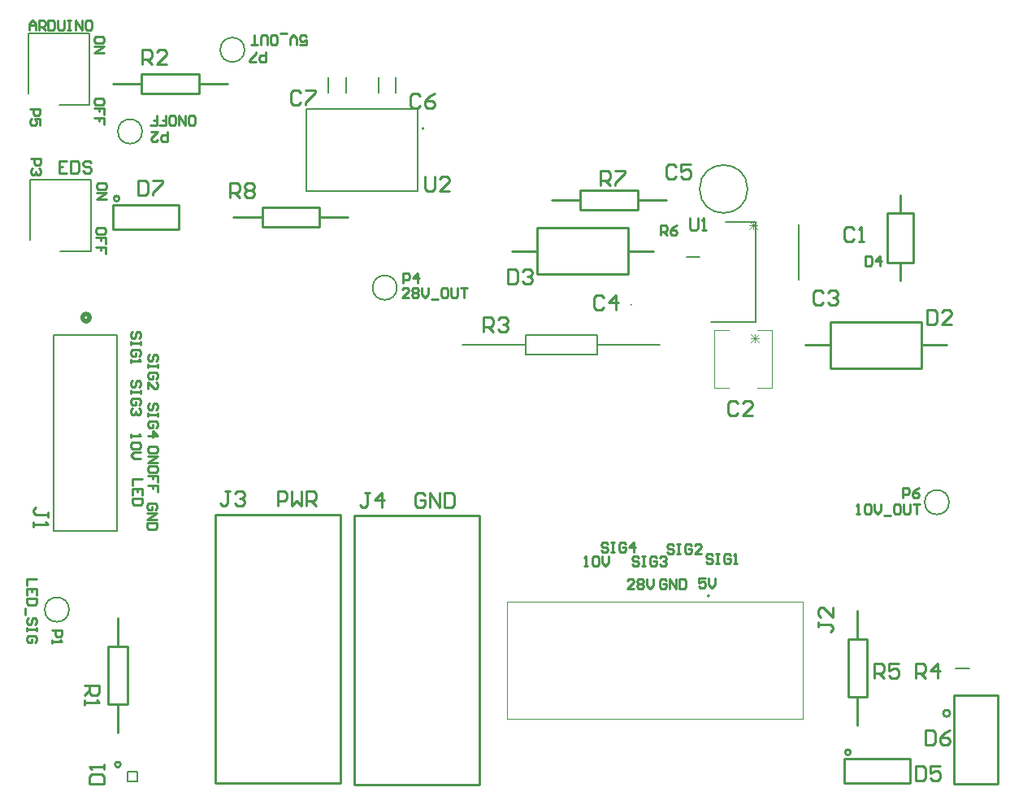
<source format=gto>
G04*
G04 #@! TF.GenerationSoftware,Altium Limited,Altium Designer,21.6.4 (81)*
G04*
G04 Layer_Color=65535*
%FSLAX25Y25*%
%MOIN*%
G70*
G04*
G04 #@! TF.SameCoordinates,4CA0FBB6-7D73-4BA8-9560-2460E3BCD6C6*
G04*
G04*
G04 #@! TF.FilePolarity,Positive*
G04*
G01*
G75*
%ADD10C,0.02000*%
%ADD11C,0.01000*%
%ADD12C,0.00787*%
%ADD13C,0.00600*%
%ADD14C,0.00500*%
%ADD15C,0.00394*%
%ADD16C,0.00300*%
D10*
X37000Y200700D02*
G03*
X37000Y200700I-1500J0D01*
G01*
D02*
G03*
X37000Y200700I-1500J0D01*
G01*
D11*
X49618Y17500D02*
G03*
X49618Y17500I-1118J0D01*
G01*
X349118Y22500D02*
G03*
X349118Y22500I-1118J0D01*
G01*
X49118Y249500D02*
G03*
X49118Y249500I-1118J0D01*
G01*
X389914Y38500D02*
G03*
X389914Y38500I-1414J0D01*
G01*
X346500Y10000D02*
Y20000D01*
X373500Y10000D02*
Y20000D01*
X346500D02*
X373500D01*
X346500Y10000D02*
X373500D01*
X46500Y237000D02*
Y247000D01*
X73500Y237000D02*
Y247000D01*
X46500D02*
X73500D01*
X46500Y237000D02*
X73500D01*
X330500Y189500D02*
X340799D01*
X378201D02*
X388500D01*
X378201Y180051D02*
Y198949D01*
X340799Y180051D02*
Y198949D01*
Y180051D02*
X378201D01*
X340799Y198949D02*
X378201D01*
X257752Y228000D02*
X268051D01*
X210051D02*
X220350D01*
Y218551D02*
Y237449D01*
X257752Y218551D02*
Y237449D01*
X220350D02*
X257752D01*
X220350Y218551D02*
X257752D01*
X391500Y9500D02*
X409500D01*
X391500Y45917D02*
X409500D01*
X391500Y9500D02*
Y45917D01*
X409500Y9500D02*
Y45917D01*
X48500Y30500D02*
Y42189D01*
Y65811D02*
Y77500D01*
X44563Y42189D02*
X52437D01*
X44563Y65811D02*
X52437D01*
X44563Y42189D02*
Y65811D01*
X52437Y42189D02*
Y65811D01*
X81811Y296500D02*
X93500D01*
X46500D02*
X58189D01*
X81811Y292563D02*
Y300437D01*
X58189Y292563D02*
Y300437D01*
Y292563D02*
X81811D01*
X58189Y300437D02*
X81811D01*
X352000Y68811D02*
Y80500D01*
Y33500D02*
Y45189D01*
X348063Y68811D02*
X355937D01*
X348063Y45189D02*
X355937D01*
Y68811D01*
X348063Y45189D02*
Y68811D01*
X261811Y249000D02*
X273500D01*
X226500D02*
X238189D01*
X261811Y245063D02*
Y252937D01*
X238189Y245063D02*
Y252937D01*
Y245063D02*
X261811D01*
X238189Y252937D02*
X261811D01*
X131311Y242000D02*
X143000D01*
X96000D02*
X107689D01*
X131311Y238063D02*
Y245937D01*
X107689Y238063D02*
Y245937D01*
Y238063D02*
X131311D01*
X107689Y245937D02*
X131311D01*
X88500Y9764D02*
X139681D01*
X88500Y120000D02*
X139681D01*
X88500Y9764D02*
Y120000D01*
X139681Y9764D02*
Y120000D01*
X145500Y9264D02*
X196681D01*
X145500Y119500D02*
X196681D01*
X145500Y9264D02*
Y119500D01*
X196681Y9264D02*
Y119500D01*
X369500Y243736D02*
Y251000D01*
Y216000D02*
Y223264D01*
X364165D02*
X374835D01*
X364165Y243736D02*
X374835D01*
X364165Y223264D02*
Y243736D01*
X374835Y223264D02*
Y243736D01*
X42999Y314001D02*
Y315334D01*
X42332Y316000D01*
X39666D01*
X39000Y315334D01*
Y314001D01*
X39666Y313334D01*
X42332D01*
X42999Y314001D01*
X39000Y312001D02*
X42999D01*
X39000Y309335D01*
X42999D01*
Y288501D02*
Y289834D01*
X42332Y290500D01*
X39666D01*
X39000Y289834D01*
Y288501D01*
X39666Y287834D01*
X42332D01*
X42999Y288501D01*
Y283836D02*
Y286501D01*
X40999D01*
Y285168D01*
Y286501D01*
X39000D01*
X42999Y279837D02*
Y282503D01*
X40999D01*
Y281170D01*
Y282503D01*
X39000D01*
X43499Y235501D02*
Y236834D01*
X42832Y237500D01*
X40166D01*
X39500Y236834D01*
Y235501D01*
X40166Y234834D01*
X42832D01*
X43499Y235501D01*
Y230836D02*
Y233501D01*
X41499D01*
Y232168D01*
Y233501D01*
X39500D01*
X43499Y226837D02*
Y229503D01*
X41499D01*
Y228170D01*
Y229503D01*
X39500D01*
X64999Y146001D02*
Y147334D01*
X64332Y148000D01*
X61666D01*
X61000Y147334D01*
Y146001D01*
X61666Y145334D01*
X64332D01*
X64999Y146001D01*
X61000Y144001D02*
X64999D01*
X61000Y141335D01*
X64999D01*
Y138003D02*
Y139336D01*
X64332Y140003D01*
X61666D01*
X61000Y139336D01*
Y138003D01*
X61666Y137337D01*
X64332D01*
X64999Y138003D01*
Y133338D02*
Y136004D01*
X62999D01*
Y134671D01*
Y136004D01*
X61000D01*
X64999Y129339D02*
Y132005D01*
X62999D01*
Y130672D01*
Y132005D01*
X61000D01*
X54000Y153000D02*
Y151667D01*
Y152333D01*
X57999D01*
X57332Y153000D01*
Y149668D02*
X57999Y149001D01*
Y147668D01*
X57332Y147002D01*
X54666D01*
X54000Y147668D01*
Y149001D01*
X54666Y149668D01*
X57332D01*
X57999Y145669D02*
X55333D01*
X54000Y144336D01*
X55333Y143003D01*
X57999D01*
X57333Y192334D02*
X58000Y193001D01*
Y194334D01*
X57333Y195000D01*
X56667D01*
X56001Y194334D01*
Y193001D01*
X55334Y192334D01*
X54668D01*
X54001Y193001D01*
Y194334D01*
X54668Y195000D01*
X58000Y191001D02*
Y189668D01*
Y190335D01*
X54001D01*
Y191001D01*
Y189668D01*
X57333Y185003D02*
X58000Y185670D01*
Y187003D01*
X57333Y187669D01*
X54668D01*
X54001Y187003D01*
Y185670D01*
X54668Y185003D01*
X56001D01*
Y186336D01*
X54001Y183670D02*
Y182337D01*
Y183004D01*
X58000D01*
X57333Y183670D01*
X57332Y172334D02*
X57999Y173001D01*
Y174334D01*
X57332Y175000D01*
X56666D01*
X55999Y174334D01*
Y173001D01*
X55333Y172334D01*
X54666D01*
X54000Y173001D01*
Y174334D01*
X54666Y175000D01*
X57999Y171001D02*
Y169668D01*
Y170335D01*
X54000D01*
Y171001D01*
Y169668D01*
X57332Y165003D02*
X57999Y165670D01*
Y167003D01*
X57332Y167669D01*
X54666D01*
X54000Y167003D01*
Y165670D01*
X54666Y165003D01*
X55999D01*
Y166336D01*
X57332Y163670D02*
X57999Y163004D01*
Y161671D01*
X57332Y161004D01*
X56666D01*
X55999Y161671D01*
Y162337D01*
Y161671D01*
X55333Y161004D01*
X54666D01*
X54000Y161671D01*
Y163004D01*
X54666Y163670D01*
X63833Y121834D02*
X64500Y122501D01*
Y123834D01*
X63833Y124500D01*
X61168D01*
X60501Y123834D01*
Y122501D01*
X61168Y121834D01*
X62501D01*
Y123167D01*
X60501Y120501D02*
X64500D01*
X60501Y117835D01*
X64500D01*
Y116503D02*
X60501D01*
Y114503D01*
X61168Y113837D01*
X63833D01*
X64500Y114503D01*
Y116503D01*
X64333Y182834D02*
X65000Y183501D01*
Y184834D01*
X64333Y185500D01*
X63667D01*
X63001Y184834D01*
Y183501D01*
X62334Y182834D01*
X61668D01*
X61001Y183501D01*
Y184834D01*
X61668Y185500D01*
X65000Y181501D02*
Y180168D01*
Y180835D01*
X61001D01*
Y181501D01*
Y180168D01*
X64333Y175503D02*
X65000Y176170D01*
Y177503D01*
X64333Y178169D01*
X61668D01*
X61001Y177503D01*
Y176170D01*
X61668Y175503D01*
X63001D01*
Y176836D01*
X61001Y171504D02*
Y174170D01*
X63667Y171504D01*
X64333D01*
X65000Y172171D01*
Y173504D01*
X64333Y174170D01*
X64332Y162834D02*
X64999Y163501D01*
Y164833D01*
X64332Y165500D01*
X63666D01*
X62999Y164833D01*
Y163501D01*
X62333Y162834D01*
X61666D01*
X61000Y163501D01*
Y164833D01*
X61666Y165500D01*
X64999Y161501D02*
Y160168D01*
Y160835D01*
X61000D01*
Y161501D01*
Y160168D01*
X64332Y155503D02*
X64999Y156170D01*
Y157503D01*
X64332Y158169D01*
X61666D01*
X61000Y157503D01*
Y156170D01*
X61666Y155503D01*
X62999D01*
Y156836D01*
X61000Y152171D02*
X64999D01*
X62999Y154170D01*
Y151505D01*
X58499Y134500D02*
X54500D01*
Y131834D01*
X58499Y127836D02*
Y130501D01*
X54500D01*
Y127836D01*
X56499Y130501D02*
Y129168D01*
X58499Y126503D02*
X54500D01*
Y124503D01*
X55166Y123837D01*
X57832D01*
X58499Y124503D01*
Y126503D01*
X43999Y254001D02*
Y255334D01*
X43332Y256000D01*
X40666D01*
X40000Y255334D01*
Y254001D01*
X40666Y253334D01*
X43332D01*
X43999Y254001D01*
X40000Y252001D02*
X43999D01*
X40000Y249336D01*
X43999D01*
X273666Y92832D02*
X272999Y93499D01*
X271666D01*
X271000Y92832D01*
Y90166D01*
X271666Y89500D01*
X272999D01*
X273666Y90166D01*
Y91499D01*
X272333D01*
X274999Y89500D02*
Y93499D01*
X277664Y89500D01*
Y93499D01*
X278997D02*
Y89500D01*
X280997D01*
X281663Y90166D01*
Y92832D01*
X280997Y93499D01*
X278997D01*
X292666Y103332D02*
X291999Y103999D01*
X290666D01*
X290000Y103332D01*
Y102666D01*
X290666Y101999D01*
X291999D01*
X292666Y101333D01*
Y100666D01*
X291999Y100000D01*
X290666D01*
X290000Y100666D01*
X293999Y103999D02*
X295332D01*
X294665D01*
Y100000D01*
X293999D01*
X295332D01*
X299997Y103332D02*
X299330Y103999D01*
X297997D01*
X297331Y103332D01*
Y100666D01*
X297997Y100000D01*
X299330D01*
X299997Y100666D01*
Y101999D01*
X298664D01*
X301330Y100000D02*
X302663D01*
X301996D01*
Y103999D01*
X301330Y103332D01*
X260166Y89500D02*
X257500D01*
X260166Y92166D01*
Y92832D01*
X259499Y93499D01*
X258166D01*
X257500Y92832D01*
X261499D02*
X262165Y93499D01*
X263498D01*
X264164Y92832D01*
Y92166D01*
X263498Y91499D01*
X264164Y90833D01*
Y90166D01*
X263498Y89500D01*
X262165D01*
X261499Y90166D01*
Y90833D01*
X262165Y91499D01*
X261499Y92166D01*
Y92832D01*
X262165Y91499D02*
X263498D01*
X265497Y93499D02*
Y90833D01*
X266830Y89500D01*
X268163Y90833D01*
Y93499D01*
X289666Y93999D02*
X287000D01*
Y91999D01*
X288333Y92666D01*
X288999D01*
X289666Y91999D01*
Y90666D01*
X288999Y90000D01*
X287666D01*
X287000Y90666D01*
X290999Y93999D02*
Y91333D01*
X292332Y90000D01*
X293665Y91333D01*
Y93999D01*
X276666Y107332D02*
X275999Y107999D01*
X274666D01*
X274000Y107332D01*
Y106666D01*
X274666Y105999D01*
X275999D01*
X276666Y105333D01*
Y104666D01*
X275999Y104000D01*
X274666D01*
X274000Y104666D01*
X277999Y107999D02*
X279332D01*
X278665D01*
Y104000D01*
X277999D01*
X279332D01*
X283997Y107332D02*
X283330Y107999D01*
X281997D01*
X281331Y107332D01*
Y104666D01*
X281997Y104000D01*
X283330D01*
X283997Y104666D01*
Y105999D01*
X282664D01*
X287996Y104000D02*
X285330D01*
X287996Y106666D01*
Y107332D01*
X287329Y107999D01*
X285996D01*
X285330Y107332D01*
X249666Y107832D02*
X248999Y108499D01*
X247666D01*
X247000Y107832D01*
Y107166D01*
X247666Y106499D01*
X248999D01*
X249666Y105833D01*
Y105166D01*
X248999Y104500D01*
X247666D01*
X247000Y105166D01*
X250999Y108499D02*
X252332D01*
X251665D01*
Y104500D01*
X250999D01*
X252332D01*
X256997Y107832D02*
X256330Y108499D01*
X254997D01*
X254331Y107832D01*
Y105166D01*
X254997Y104500D01*
X256330D01*
X256997Y105166D01*
Y106499D01*
X255664D01*
X260329Y104500D02*
Y108499D01*
X258330Y106499D01*
X260996D01*
X240000Y99000D02*
X241333D01*
X240666D01*
Y102999D01*
X240000Y102332D01*
X243332D02*
X243999Y102999D01*
X245332D01*
X245998Y102332D01*
Y99666D01*
X245332Y99000D01*
X243999D01*
X243332Y99666D01*
Y102332D01*
X247331Y102999D02*
Y100333D01*
X248664Y99000D01*
X249997Y100333D01*
Y102999D01*
X262166Y102332D02*
X261499Y102999D01*
X260166D01*
X259500Y102332D01*
Y101666D01*
X260166Y100999D01*
X261499D01*
X262166Y100333D01*
Y99666D01*
X261499Y99000D01*
X260166D01*
X259500Y99666D01*
X263499Y102999D02*
X264832D01*
X264165D01*
Y99000D01*
X263499D01*
X264832D01*
X269497Y102332D02*
X268830Y102999D01*
X267497D01*
X266831Y102332D01*
Y99666D01*
X267497Y99000D01*
X268830D01*
X269497Y99666D01*
Y100999D01*
X268164D01*
X270830Y102332D02*
X271496Y102999D01*
X272829D01*
X273496Y102332D01*
Y101666D01*
X272829Y100999D01*
X272163D01*
X272829D01*
X273496Y100333D01*
Y99666D01*
X272829Y99000D01*
X271496D01*
X270830Y99666D01*
X283168Y241499D02*
Y237334D01*
X284001Y236501D01*
X285667D01*
X286500Y237334D01*
Y241499D01*
X288166Y236501D02*
X289832D01*
X288999D01*
Y241499D01*
X288166Y240666D01*
X174502Y258499D02*
Y253501D01*
X175501Y252501D01*
X177501D01*
X178500Y253501D01*
Y258499D01*
X184498Y252501D02*
X180500D01*
X184498Y256500D01*
Y257499D01*
X183499Y258499D01*
X181499D01*
X180500Y257499D01*
X94502Y250001D02*
Y255999D01*
X97501D01*
X98500Y254999D01*
Y253000D01*
X97501Y252000D01*
X94502D01*
X96501D02*
X98500Y250001D01*
X100500Y254999D02*
X101499Y255999D01*
X103499D01*
X104498Y254999D01*
Y254000D01*
X103499Y253000D01*
X104498Y252000D01*
Y251001D01*
X103499Y250001D01*
X101499D01*
X100500Y251001D01*
Y252000D01*
X101499Y253000D01*
X100500Y254000D01*
Y254999D01*
X101499Y253000D02*
X103499D01*
X246502Y255001D02*
Y260999D01*
X249501D01*
X250500Y259999D01*
Y258000D01*
X249501Y257000D01*
X246502D01*
X248501D02*
X250500Y255001D01*
X252500Y260999D02*
X256498D01*
Y259999D01*
X252500Y256001D01*
Y255001D01*
X271168Y234501D02*
Y238499D01*
X273167D01*
X273834Y237833D01*
Y236500D01*
X273167Y235834D01*
X271168D01*
X272501D02*
X273834Y234501D01*
X277832Y238499D02*
X276499Y237833D01*
X275167Y236500D01*
Y235167D01*
X275833Y234501D01*
X277166D01*
X277832Y235167D01*
Y235834D01*
X277166Y236500D01*
X275167D01*
X359002Y53001D02*
Y58999D01*
X362001D01*
X363000Y57999D01*
Y56000D01*
X362001Y55000D01*
X359002D01*
X361001D02*
X363000Y53001D01*
X368998Y58999D02*
X365000D01*
Y56000D01*
X366999Y57000D01*
X367999D01*
X368998Y56000D01*
Y54001D01*
X367999Y53001D01*
X365999D01*
X365000Y54001D01*
X376002Y53001D02*
Y58999D01*
X379001D01*
X380000Y57999D01*
Y56000D01*
X379001Y55000D01*
X376002D01*
X378001D02*
X380000Y53001D01*
X384999D02*
Y58999D01*
X382000Y56000D01*
X385998D01*
X198502Y194942D02*
Y200940D01*
X201501D01*
X202500Y199940D01*
Y197941D01*
X201501Y196941D01*
X198502D01*
X200501D02*
X202500Y194942D01*
X204500Y199940D02*
X205499Y200940D01*
X207499D01*
X208498Y199940D01*
Y198941D01*
X207499Y197941D01*
X206499D01*
X207499D01*
X208498Y196941D01*
Y195942D01*
X207499Y194942D01*
X205499D01*
X204500Y195942D01*
X58502Y304501D02*
Y310499D01*
X61501D01*
X62500Y309499D01*
Y307500D01*
X61501Y306500D01*
X58502D01*
X60501D02*
X62500Y304501D01*
X68498D02*
X64500D01*
X68498Y308500D01*
Y309499D01*
X67499Y310499D01*
X65499D01*
X64500Y309499D01*
X35001Y49999D02*
X40999D01*
Y47000D01*
X39999Y46000D01*
X38000D01*
X37000Y47000D01*
Y49999D01*
Y47999D02*
X35001Y46000D01*
Y44001D02*
Y42001D01*
Y43001D01*
X40999D01*
X39999Y44001D01*
X109332Y309499D02*
Y305501D01*
X107333D01*
X106667Y306167D01*
Y307500D01*
X107333Y308166D01*
X109332D01*
X105333Y305501D02*
X102668D01*
Y306167D01*
X105333Y308833D01*
Y309499D01*
X123164Y312667D02*
X125830D01*
Y314667D01*
X124497Y314000D01*
X123830D01*
X123164Y314667D01*
Y316000D01*
X123830Y316666D01*
X125163D01*
X125830Y316000D01*
X121831Y312667D02*
Y315333D01*
X120498Y316666D01*
X119165Y315333D01*
Y312667D01*
X117832Y317333D02*
X115166D01*
X111834Y312667D02*
X113167D01*
X113833Y313334D01*
Y316000D01*
X113167Y316666D01*
X111834D01*
X111168Y316000D01*
Y313334D01*
X111834Y312667D01*
X109835D02*
Y316000D01*
X109168Y316666D01*
X107835D01*
X107169Y316000D01*
Y312667D01*
X105836D02*
X103170D01*
X104503D01*
Y316666D01*
X370668Y127001D02*
Y130999D01*
X372667D01*
X373334Y130333D01*
Y129000D01*
X372667Y128333D01*
X370668D01*
X377332Y130999D02*
X375999Y130333D01*
X374667Y129000D01*
Y127667D01*
X375333Y127001D01*
X376666D01*
X377332Y127667D01*
Y128333D01*
X376666Y129000D01*
X374667D01*
X351504Y120334D02*
X352837D01*
X352171D01*
Y124333D01*
X351504Y123666D01*
X354837D02*
X355503Y124333D01*
X356836D01*
X357502Y123666D01*
Y121000D01*
X356836Y120334D01*
X355503D01*
X354837Y121000D01*
Y123666D01*
X358835Y124333D02*
Y121667D01*
X360168Y120334D01*
X361501Y121667D01*
Y124333D01*
X362834Y119667D02*
X365500D01*
X368832Y124333D02*
X367499D01*
X366833Y123666D01*
Y121000D01*
X367499Y120334D01*
X368832D01*
X369498Y121000D01*
Y123666D01*
X368832Y124333D01*
X370831D02*
Y121000D01*
X371498Y120334D01*
X372831D01*
X373497Y121000D01*
Y124333D01*
X374830D02*
X377496D01*
X376163D01*
Y120334D01*
X12501Y286332D02*
X16499D01*
Y284333D01*
X15833Y283666D01*
X14500D01*
X13834Y284333D01*
Y286332D01*
X16499Y279668D02*
Y282333D01*
X14500D01*
X15167Y281001D01*
Y280334D01*
X14500Y279668D01*
X13167D01*
X12501Y280334D01*
Y281667D01*
X13167Y282333D01*
X12004Y318501D02*
Y321166D01*
X13337Y322499D01*
X14670Y321166D01*
Y318501D01*
Y320500D01*
X12004D01*
X16003Y318501D02*
Y322499D01*
X18002D01*
X18669Y321833D01*
Y320500D01*
X18002Y319834D01*
X16003D01*
X17336D02*
X18669Y318501D01*
X20002Y322499D02*
Y318501D01*
X22001D01*
X22667Y319167D01*
Y321833D01*
X22001Y322499D01*
X20002D01*
X24000D02*
Y319167D01*
X24667Y318501D01*
X26000D01*
X26666Y319167D01*
Y322499D01*
X27999D02*
X29332D01*
X28666D01*
Y318501D01*
X27999D01*
X29332D01*
X31331D02*
Y322499D01*
X33997Y318501D01*
Y322499D01*
X37329D02*
X35996D01*
X35330Y321833D01*
Y319167D01*
X35996Y318501D01*
X37329D01*
X37996Y319167D01*
Y321833D01*
X37329Y322499D01*
X165668Y215001D02*
Y218999D01*
X167667D01*
X168333Y218333D01*
Y217000D01*
X167667Y216334D01*
X165668D01*
X171666Y215001D02*
Y218999D01*
X169667Y217000D01*
X172332D01*
X167837Y208834D02*
X165171D01*
X167837Y211500D01*
Y212166D01*
X167170Y212833D01*
X165837D01*
X165171Y212166D01*
X169170D02*
X169836Y212833D01*
X171169D01*
X171835Y212166D01*
Y211500D01*
X171169Y210833D01*
X171835Y210167D01*
Y209500D01*
X171169Y208834D01*
X169836D01*
X169170Y209500D01*
Y210167D01*
X169836Y210833D01*
X169170Y211500D01*
Y212166D01*
X169836Y210833D02*
X171169D01*
X173168Y212833D02*
Y210167D01*
X174501Y208834D01*
X175834Y210167D01*
Y212833D01*
X177167Y208167D02*
X179833D01*
X183165Y212833D02*
X181832D01*
X181166Y212166D01*
Y209500D01*
X181832Y208834D01*
X183165D01*
X183832Y209500D01*
Y212166D01*
X183165Y212833D01*
X185164D02*
Y209500D01*
X185831Y208834D01*
X187164D01*
X187830Y209500D01*
Y212833D01*
X189163D02*
X191829D01*
X190496D01*
Y208834D01*
X13001Y265832D02*
X16999D01*
Y263833D01*
X16333Y263166D01*
X15000D01*
X14333Y263833D01*
Y265832D01*
X16333Y261834D02*
X16999Y261167D01*
Y259834D01*
X16333Y259168D01*
X15666D01*
X15000Y259834D01*
Y260501D01*
Y259834D01*
X14333Y259168D01*
X13667D01*
X13001Y259834D01*
Y261167D01*
X13667Y261834D01*
X27668Y264999D02*
X24336D01*
Y260001D01*
X27668D01*
X24336Y262500D02*
X26002D01*
X29334Y264999D02*
Y260001D01*
X31833D01*
X32666Y260834D01*
Y264166D01*
X31833Y264999D01*
X29334D01*
X37664Y264166D02*
X36831Y264999D01*
X35165D01*
X34332Y264166D01*
Y263333D01*
X35165Y262500D01*
X36831D01*
X37664Y261667D01*
Y260834D01*
X36831Y260001D01*
X35165D01*
X34332Y260834D01*
X68832Y276999D02*
Y273001D01*
X66833D01*
X66166Y273667D01*
Y275000D01*
X66833Y275666D01*
X68832D01*
X62168Y276999D02*
X64833D01*
X62168Y274334D01*
Y273667D01*
X62834Y273001D01*
X64167D01*
X64833Y273667D01*
X78331Y279501D02*
X79664D01*
X80330Y280167D01*
Y282833D01*
X79664Y283499D01*
X78331D01*
X77665Y282833D01*
Y280167D01*
X78331Y279501D01*
X76332Y283499D02*
Y279501D01*
X73666Y283499D01*
Y279501D01*
X70334D02*
X71666D01*
X72333Y280167D01*
Y282833D01*
X71666Y283499D01*
X70334D01*
X69667Y282833D01*
Y280167D01*
X70334Y279501D01*
X65668D02*
X68334D01*
Y281500D01*
X67001D01*
X68334D01*
Y283499D01*
X61670Y279501D02*
X64336D01*
Y281500D01*
X63003D01*
X64336D01*
Y283499D01*
X21501Y72666D02*
X25499D01*
Y70666D01*
X24833Y70000D01*
X23500D01*
X22833Y70666D01*
Y72666D01*
X21501Y68667D02*
Y67334D01*
Y68001D01*
X25499D01*
X24833Y68667D01*
X15333Y93496D02*
X11334D01*
Y90830D01*
X15333Y86831D02*
Y89497D01*
X11334D01*
Y86831D01*
X13333Y89497D02*
Y88164D01*
X15333Y85498D02*
X11334D01*
Y83499D01*
X12000Y82833D01*
X14666D01*
X15333Y83499D01*
Y85498D01*
X10667Y81500D02*
Y78834D01*
X14666Y74835D02*
X15333Y75502D01*
Y76834D01*
X14666Y77501D01*
X14000D01*
X13333Y76834D01*
Y75502D01*
X12667Y74835D01*
X12000D01*
X11334Y75502D01*
Y76834D01*
X12000Y77501D01*
X15333Y73502D02*
Y72169D01*
Y72836D01*
X11334D01*
Y73502D01*
Y72169D01*
X14666Y67504D02*
X15333Y68171D01*
Y69503D01*
X14666Y70170D01*
X12000D01*
X11334Y69503D01*
Y68171D01*
X12000Y67504D01*
X13333D01*
Y68837D01*
X152000Y128999D02*
X150001D01*
X151001D01*
Y124001D01*
X150001Y123001D01*
X149001D01*
X148002Y124001D01*
X156999Y123001D02*
Y128999D01*
X154000Y126000D01*
X157998D01*
X174501Y127999D02*
X173502Y128999D01*
X171502D01*
X170503Y127999D01*
Y124001D01*
X171502Y123001D01*
X173502D01*
X174501Y124001D01*
Y126000D01*
X172502D01*
X176501Y123001D02*
Y128999D01*
X180499Y123001D01*
Y128999D01*
X182499D02*
Y123001D01*
X185498D01*
X186497Y124001D01*
Y127999D01*
X185498Y128999D01*
X182499D01*
X94500Y129499D02*
X92501D01*
X93501D01*
Y124501D01*
X92501Y123501D01*
X91501D01*
X90502Y124501D01*
X96500Y128499D02*
X97499Y129499D01*
X99499D01*
X100498Y128499D01*
Y127500D01*
X99499Y126500D01*
X98499D01*
X99499D01*
X100498Y125500D01*
Y124501D01*
X99499Y123501D01*
X97499D01*
X96500Y124501D01*
X114003Y123501D02*
Y129499D01*
X117002D01*
X118001Y128499D01*
Y126500D01*
X117002Y125500D01*
X114003D01*
X120001Y129499D02*
Y123501D01*
X122000Y125500D01*
X123999Y123501D01*
Y129499D01*
X125999Y123501D02*
Y129499D01*
X128998D01*
X129997Y128499D01*
Y126500D01*
X128998Y125500D01*
X125999D01*
X127998D02*
X129997Y123501D01*
X336001Y76000D02*
Y74001D01*
Y75001D01*
X340999D01*
X341999Y74001D01*
Y73001D01*
X340999Y72002D01*
X341999Y81998D02*
Y78000D01*
X338000Y81998D01*
X337001D01*
X336001Y80999D01*
Y78999D01*
X337001Y78000D01*
X19999Y119000D02*
Y120999D01*
Y120000D01*
X15001D01*
X14001Y120999D01*
Y121999D01*
X15001Y122999D01*
X14001Y117001D02*
Y115001D01*
Y116001D01*
X19999D01*
X18999Y117001D01*
X57002Y256999D02*
Y251001D01*
X60001D01*
X61000Y252001D01*
Y255999D01*
X60001Y256999D01*
X57002D01*
X63000D02*
X66998D01*
Y255999D01*
X63000Y252001D01*
Y251001D01*
X380002Y31499D02*
Y25501D01*
X383001D01*
X384000Y26501D01*
Y30499D01*
X383001Y31499D01*
X380002D01*
X389998D02*
X387999Y30499D01*
X386000Y28500D01*
Y26501D01*
X386999Y25501D01*
X388999D01*
X389998Y26501D01*
Y27500D01*
X388999Y28500D01*
X386000D01*
X376002Y16999D02*
Y11001D01*
X379001D01*
X380000Y12001D01*
Y15999D01*
X379001Y16999D01*
X376002D01*
X385998D02*
X382000D01*
Y14000D01*
X383999Y15000D01*
X384999D01*
X385998Y14000D01*
Y12001D01*
X384999Y11001D01*
X382999D01*
X382000Y12001D01*
X355168Y225999D02*
Y222001D01*
X357167D01*
X357834Y222667D01*
Y225333D01*
X357167Y225999D01*
X355168D01*
X361166Y222001D02*
Y225999D01*
X359167Y224000D01*
X361832D01*
X208502Y220499D02*
Y214501D01*
X211501D01*
X212500Y215501D01*
Y219499D01*
X211501Y220499D01*
X208502D01*
X214500Y219499D02*
X215499Y220499D01*
X217499D01*
X218498Y219499D01*
Y218500D01*
X217499Y217500D01*
X216499D01*
X217499D01*
X218498Y216500D01*
Y215501D01*
X217499Y214501D01*
X215499D01*
X214500Y215501D01*
X380502Y203999D02*
Y198001D01*
X383501D01*
X384500Y199001D01*
Y202999D01*
X383501Y203999D01*
X380502D01*
X390498Y198001D02*
X386500D01*
X390498Y202000D01*
Y202999D01*
X389499Y203999D01*
X387499D01*
X386500Y202999D01*
X37001Y9501D02*
X42999D01*
Y12500D01*
X41999Y13500D01*
X38001D01*
X37001Y12500D01*
Y9501D01*
X42999Y15499D02*
Y17499D01*
Y16499D01*
X37001D01*
X38001Y15499D01*
X123500Y292999D02*
X122501Y293999D01*
X120501D01*
X119502Y292999D01*
Y289001D01*
X120501Y288001D01*
X122501D01*
X123500Y289001D01*
X125500Y293999D02*
X129498D01*
Y292999D01*
X125500Y289001D01*
Y288001D01*
X172500Y291499D02*
X171501Y292499D01*
X169501D01*
X168502Y291499D01*
Y287501D01*
X169501Y286501D01*
X171501D01*
X172500Y287501D01*
X178498Y292499D02*
X176499Y291499D01*
X174500Y289500D01*
Y287501D01*
X175499Y286501D01*
X177499D01*
X178498Y287501D01*
Y288500D01*
X177499Y289500D01*
X174500D01*
X277500Y262499D02*
X276501Y263499D01*
X274501D01*
X273502Y262499D01*
Y258501D01*
X274501Y257501D01*
X276501D01*
X277500Y258501D01*
X283498Y263499D02*
X279500D01*
Y260500D01*
X281499Y261500D01*
X282499D01*
X283498Y260500D01*
Y258501D01*
X282499Y257501D01*
X280499D01*
X279500Y258501D01*
X248000Y208999D02*
X247001Y209999D01*
X245001D01*
X244002Y208999D01*
Y205001D01*
X245001Y204001D01*
X247001D01*
X248000Y205001D01*
X252999Y204001D02*
Y209999D01*
X250000Y207000D01*
X253998D01*
X337965Y210999D02*
X336965Y211999D01*
X334966D01*
X333966Y210999D01*
Y207001D01*
X334966Y206001D01*
X336965D01*
X337965Y207001D01*
X339964Y210999D02*
X340964Y211999D01*
X342963D01*
X343963Y210999D01*
Y210000D01*
X342963Y209000D01*
X341964D01*
X342963D01*
X343963Y208000D01*
Y207001D01*
X342963Y206001D01*
X340964D01*
X339964Y207001D01*
X303000Y165499D02*
X302001Y166499D01*
X300001D01*
X299002Y165499D01*
Y161501D01*
X300001Y160501D01*
X302001D01*
X303000Y161501D01*
X308998Y160501D02*
X305000D01*
X308998Y164500D01*
Y165499D01*
X307999Y166499D01*
X305999D01*
X305000Y165499D01*
X350406Y236940D02*
X349406Y237940D01*
X347407D01*
X346407Y236940D01*
Y232942D01*
X347407Y231942D01*
X349406D01*
X350406Y232942D01*
X352405Y231942D02*
X354404D01*
X353405D01*
Y237940D01*
X352405Y236940D01*
D12*
X174091Y278299D02*
G03*
X174091Y278299I-394J0D01*
G01*
X306842Y253437D02*
G03*
X306842Y253437I-9843J0D01*
G01*
X291158Y86661D02*
G03*
X290370Y86661I-394J0D01*
G01*
D02*
G03*
X291158Y86661I394J0D01*
G01*
X259197Y206000D02*
G03*
X259197Y206000I-197J0D01*
G01*
X100500Y310500D02*
G03*
X100500Y310500I-5000J0D01*
G01*
X28500Y81000D02*
G03*
X28500Y81000I-5000J0D01*
G01*
X58500Y277000D02*
G03*
X58500Y277000I-5000J0D01*
G01*
X163000Y213000D02*
G03*
X163000Y213000I-5000J0D01*
G01*
X389500Y125000D02*
G03*
X389500Y125000I-5000J0D01*
G01*
X327906Y216083D02*
Y238917D01*
X25000Y227795D02*
X37500D01*
Y257205D01*
X12500D02*
X37500D01*
X12500Y232500D02*
Y257205D01*
X24500Y287795D02*
X37000D01*
Y317205D01*
X12000D02*
X37000D01*
X12000Y292500D02*
Y317205D01*
X298000Y239972D02*
X310087D01*
Y199028D02*
Y239972D01*
X291976Y199028D02*
X310087D01*
X392244Y56906D02*
X397756D01*
X281842Y225406D02*
X287158D01*
D13*
X142150Y292880D02*
Y299120D01*
X134850Y292880D02*
Y299120D01*
X162650Y292880D02*
Y299120D01*
X155350Y292880D02*
Y299120D01*
X22200Y113300D02*
Y193700D01*
Y113300D02*
X48200D01*
Y193700D01*
X22200D02*
X48200D01*
D14*
X52500Y10500D02*
X56500D01*
X52500Y14500D02*
X56500D01*
Y10500D02*
Y14500D01*
X52500Y10500D02*
Y14500D01*
X171531Y252709D02*
Y286173D01*
X125862D02*
X171531D01*
X125862Y252709D02*
Y286173D01*
Y252709D02*
X171531D01*
X245264Y189500D02*
X271000D01*
X190000D02*
X215736D01*
Y193437D02*
X245264D01*
X215736Y185563D02*
X245264D01*
Y193437D01*
X215736Y185563D02*
Y193437D01*
D15*
X310906Y195468D02*
X316811D01*
Y171846D02*
Y195468D01*
X310906Y171846D02*
X316811D01*
X293189Y195468D02*
X299095D01*
X293189Y171846D02*
Y195468D01*
Y171846D02*
X299095D01*
X208303Y84220D02*
X329602D01*
Y36189D02*
Y84220D01*
X208303Y36189D02*
X329602D01*
X208303D02*
Y84220D01*
D16*
X307405Y240165D02*
X310738Y236833D01*
X307405D02*
X310738Y240165D01*
X307405Y238499D02*
X310738D01*
X309072Y236833D02*
Y240165D01*
X311665Y194000D02*
X308333Y190668D01*
Y194000D02*
X311665Y190668D01*
X309999Y194000D02*
Y190668D01*
X308333Y192334D02*
X311665D01*
M02*

</source>
